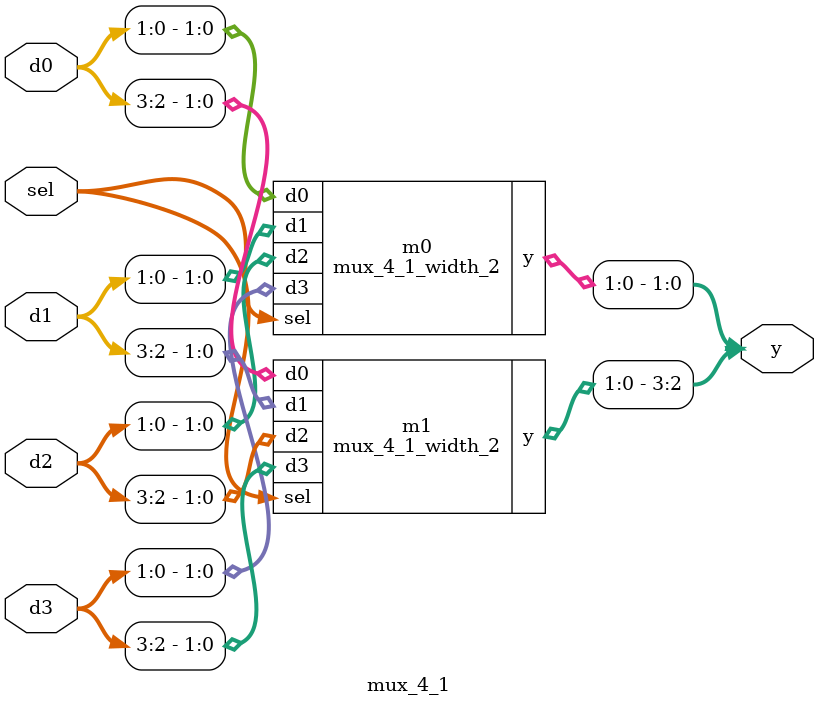
<source format=sv>

module mux_4_1_width_2
(
  input  [1:0] d0, d1, d2, d3,
  input  [1:0] sel,
  output [1:0] y
);

  assign y = sel [1] ? (sel [0] ? d3 : d2)
                     : (sel [0] ? d1 : d0);

endmodule

//----------------------------------------------------------------------------
// Task
//----------------------------------------------------------------------------

module mux_4_1
(
  input  [3:0] d0, d1, d2, d3,
  input  [1:0] sel,
  output [3:0] y
);


mux_4_1_width_2 m1 (
  .d0 (d0[3:2]),
  .d1 (d1[3:2]),
  .d2 (d2[3:2]),
  .d3 (d3[3:2]),
  .sel (sel),
  .y (y[3:2])
);

mux_4_1_width_2 m0 (
  .d0 (d0[1:0]),
  .d1 (d1[1:0]),
  .d2 (d2[1:0]),
  .d3 (d3[1:0]),
  .sel (sel),
  .y (y[1:0])
);

endmodule

</source>
